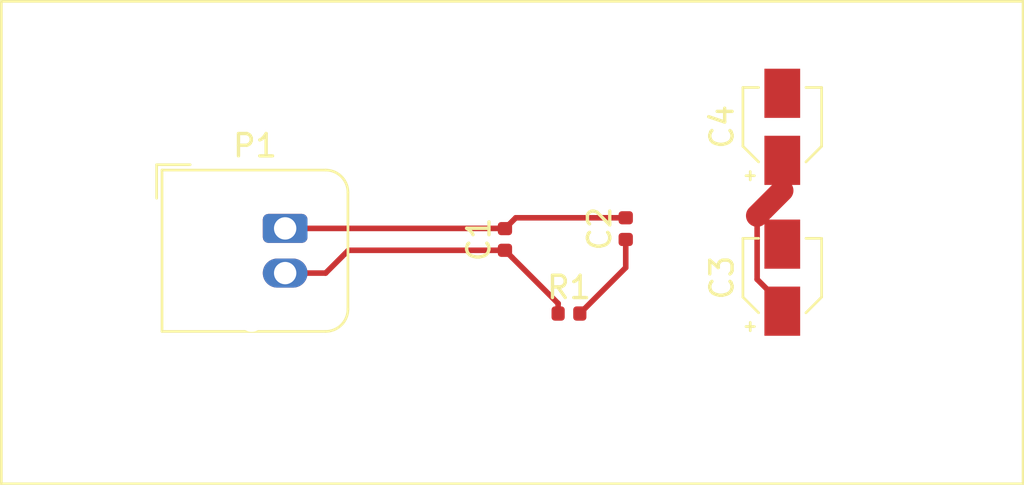
<source format=kicad_pcb>
(kicad_pcb (version 20171130) (host pcbnew 5.1.0)

  (general
    (thickness 1.6)
    (drawings 4)
    (tracks 17)
    (zones 0)
    (modules 6)
    (nets 6)
  )

  (page A4)
  (layers
    (0 F.Cu signal)
    (31 B.Cu signal)
    (32 B.Adhes user)
    (33 F.Adhes user)
    (34 B.Paste user)
    (35 F.Paste user)
    (36 B.SilkS user)
    (37 F.SilkS user)
    (38 B.Mask user)
    (39 F.Mask user)
    (40 Dwgs.User user)
    (41 Cmts.User user)
    (42 Eco1.User user)
    (43 Eco2.User user)
    (44 Edge.Cuts user)
    (45 Margin user)
    (46 B.CrtYd user)
    (47 F.CrtYd user)
    (48 B.Fab user)
    (49 F.Fab user)
  )

  (setup
    (last_trace_width 0.25)
    (trace_clearance 0.2)
    (zone_clearance 0.508)
    (zone_45_only no)
    (trace_min 0.2)
    (via_size 0.8)
    (via_drill 0.4)
    (via_min_size 0.4)
    (via_min_drill 0.3)
    (uvia_size 0.3)
    (uvia_drill 0.1)
    (uvias_allowed no)
    (uvia_min_size 0.2)
    (uvia_min_drill 0.1)
    (edge_width 0.05)
    (segment_width 0.2)
    (pcb_text_width 0.3)
    (pcb_text_size 1.5 1.5)
    (mod_edge_width 0.12)
    (mod_text_size 1 1)
    (mod_text_width 0.15)
    (pad_size 1.524 1.524)
    (pad_drill 0.762)
    (pad_to_mask_clearance 0.051)
    (solder_mask_min_width 0.25)
    (aux_axis_origin 0 0)
    (visible_elements FFFFFF7F)
    (pcbplotparams
      (layerselection 0x010fc_ffffffff)
      (usegerberextensions false)
      (usegerberattributes false)
      (usegerberadvancedattributes false)
      (creategerberjobfile false)
      (excludeedgelayer true)
      (linewidth 0.100000)
      (plotframeref false)
      (viasonmask false)
      (mode 1)
      (useauxorigin false)
      (hpglpennumber 1)
      (hpglpenspeed 20)
      (hpglpendiameter 15.000000)
      (psnegative false)
      (psa4output false)
      (plotreference true)
      (plotvalue true)
      (plotinvisibletext false)
      (padsonsilk false)
      (subtractmaskfromsilk false)
      (outputformat 1)
      (mirror false)
      (drillshape 1)
      (scaleselection 1)
      (outputdirectory ""))
  )

  (net 0 "")
  (net 1 /Power/VCC)
  (net 2 GND)
  (net 3 "Net-(C2-Pad1)")
  (net 4 "Net-(C3-Pad1)")
  (net 5 "Net-(C3-Pad2)")

  (net_class Default "This is the default net class."
    (clearance 0.2)
    (trace_width 0.25)
    (via_dia 0.8)
    (via_drill 0.4)
    (uvia_dia 0.3)
    (uvia_drill 0.1)
    (add_net /Power/VCC)
    (add_net GND)
    (add_net "Net-(C2-Pad1)")
    (add_net "Net-(C3-Pad1)")
    (add_net "Net-(C3-Pad2)")
  )

  (module Capacitor_SMD:C_0402_1005Metric (layer F.Cu) (tedit 5B301BBE) (tstamp 5CA72801)
    (at 164.775001 80.505001 90)
    (descr "Capacitor SMD 0402 (1005 Metric), square (rectangular) end terminal, IPC_7351 nominal, (Body size source: http://www.tortai-tech.com/upload/download/2011102023233369053.pdf), generated with kicad-footprint-generator")
    (tags capacitor)
    (path /5CA71704/5CA745A6)
    (attr smd)
    (fp_text reference C1 (at 0 -1.17 90) (layer F.SilkS)
      (effects (font (size 1 1) (thickness 0.15)))
    )
    (fp_text value C (at 0 1.17 90) (layer F.Fab)
      (effects (font (size 1 1) (thickness 0.15)))
    )
    (fp_line (start -0.5 0.25) (end -0.5 -0.25) (layer F.Fab) (width 0.1))
    (fp_line (start -0.5 -0.25) (end 0.5 -0.25) (layer F.Fab) (width 0.1))
    (fp_line (start 0.5 -0.25) (end 0.5 0.25) (layer F.Fab) (width 0.1))
    (fp_line (start 0.5 0.25) (end -0.5 0.25) (layer F.Fab) (width 0.1))
    (fp_line (start -0.93 0.47) (end -0.93 -0.47) (layer F.CrtYd) (width 0.05))
    (fp_line (start -0.93 -0.47) (end 0.93 -0.47) (layer F.CrtYd) (width 0.05))
    (fp_line (start 0.93 -0.47) (end 0.93 0.47) (layer F.CrtYd) (width 0.05))
    (fp_line (start 0.93 0.47) (end -0.93 0.47) (layer F.CrtYd) (width 0.05))
    (fp_text user %R (at 0 0 90) (layer F.Fab)
      (effects (font (size 0.25 0.25) (thickness 0.04)))
    )
    (pad 1 smd roundrect (at -0.485 0 90) (size 0.59 0.64) (layers F.Cu F.Paste F.Mask) (roundrect_rratio 0.25)
      (net 1 /Power/VCC))
    (pad 2 smd roundrect (at 0.485 0 90) (size 0.59 0.64) (layers F.Cu F.Paste F.Mask) (roundrect_rratio 0.25)
      (net 2 GND))
    (model ${KISYS3DMOD}/Capacitor_SMD.3dshapes/C_0402_1005Metric.wrl
      (at (xyz 0 0 0))
      (scale (xyz 1 1 1))
      (rotate (xyz 0 0 0))
    )
  )

  (module Capacitor_SMD:C_0402_1005Metric (layer F.Cu) (tedit 5B301BBE) (tstamp 5CA72810)
    (at 170.18 80.020001 90)
    (descr "Capacitor SMD 0402 (1005 Metric), square (rectangular) end terminal, IPC_7351 nominal, (Body size source: http://www.tortai-tech.com/upload/download/2011102023233369053.pdf), generated with kicad-footprint-generator")
    (tags capacitor)
    (path /5CA75BC1/5CA76352)
    (attr smd)
    (fp_text reference C2 (at 0 -1.17 90) (layer F.SilkS)
      (effects (font (size 1 1) (thickness 0.15)))
    )
    (fp_text value C (at 0 1.17 90) (layer F.Fab)
      (effects (font (size 1 1) (thickness 0.15)))
    )
    (fp_text user %R (at 0 0 90) (layer F.Fab)
      (effects (font (size 0.25 0.25) (thickness 0.04)))
    )
    (fp_line (start 0.93 0.47) (end -0.93 0.47) (layer F.CrtYd) (width 0.05))
    (fp_line (start 0.93 -0.47) (end 0.93 0.47) (layer F.CrtYd) (width 0.05))
    (fp_line (start -0.93 -0.47) (end 0.93 -0.47) (layer F.CrtYd) (width 0.05))
    (fp_line (start -0.93 0.47) (end -0.93 -0.47) (layer F.CrtYd) (width 0.05))
    (fp_line (start 0.5 0.25) (end -0.5 0.25) (layer F.Fab) (width 0.1))
    (fp_line (start 0.5 -0.25) (end 0.5 0.25) (layer F.Fab) (width 0.1))
    (fp_line (start -0.5 -0.25) (end 0.5 -0.25) (layer F.Fab) (width 0.1))
    (fp_line (start -0.5 0.25) (end -0.5 -0.25) (layer F.Fab) (width 0.1))
    (pad 2 smd roundrect (at 0.485 0 90) (size 0.59 0.64) (layers F.Cu F.Paste F.Mask) (roundrect_rratio 0.25)
      (net 2 GND))
    (pad 1 smd roundrect (at -0.485 0 90) (size 0.59 0.64) (layers F.Cu F.Paste F.Mask) (roundrect_rratio 0.25)
      (net 3 "Net-(C2-Pad1)"))
    (model ${KISYS3DMOD}/Capacitor_SMD.3dshapes/C_0402_1005Metric.wrl
      (at (xyz 0 0 0))
      (scale (xyz 1 1 1))
      (rotate (xyz 0 0 0))
    )
  )

  (module Connector_JST:JST_JWPF_B02B-JWPF-SK-R_1x02_P2.00mm_Vertical (layer F.Cu) (tedit 5B772B89) (tstamp 5CA7282D)
    (at 154.94 80.01)
    (descr "JST JWPF series connector, B02B-JWPF-SK-R (http://www.jst-mfg.com/product/pdf/eng/eJWPF1.pdf), generated with kicad-footprint-generator")
    (tags "connector JST JWPF side entry")
    (path /5CA71704/5CA714F2)
    (fp_text reference P1 (at -1.35 -3.7) (layer F.SilkS)
      (effects (font (size 1 1) (thickness 0.15)))
    )
    (fp_text value CONN_01X02 (at -1.35 5.7) (layer F.Fab)
      (effects (font (size 1 1) (thickness 0.15)))
    )
    (fp_arc (start 1.7 -1.5) (end 1.7 -2.5) (angle 90) (layer F.Fab) (width 0.1))
    (fp_arc (start 1.7 3.5) (end 2.7 3.5) (angle 90) (layer F.Fab) (width 0.1))
    (fp_arc (start 1.81 -1.61) (end 1.81 -2.61) (angle 90) (layer F.SilkS) (width 0.12))
    (fp_arc (start 1.81 3.61) (end 2.81 3.61) (angle 90) (layer F.SilkS) (width 0.12))
    (fp_line (start -5.9 -3) (end -5.9 5) (layer F.CrtYd) (width 0.05))
    (fp_line (start -5.9 5) (end 3.2 5) (layer F.CrtYd) (width 0.05))
    (fp_line (start 3.2 5) (end 3.2 -3) (layer F.CrtYd) (width 0.05))
    (fp_line (start 3.2 -3) (end -5.9 -3) (layer F.CrtYd) (width 0.05))
    (fp_line (start 1.7 -2.5) (end -5.4 -2.5) (layer F.Fab) (width 0.1))
    (fp_line (start -5.4 -2.5) (end -5.4 4.5) (layer F.Fab) (width 0.1))
    (fp_line (start -5.4 4.5) (end 1.7 4.5) (layer F.Fab) (width 0.1))
    (fp_line (start 2.7 -1.5) (end 2.7 3.5) (layer F.Fab) (width 0.1))
    (fp_line (start 1.81 -2.61) (end -5.51 -2.61) (layer F.SilkS) (width 0.12))
    (fp_line (start -5.51 -2.61) (end -5.51 4.61) (layer F.SilkS) (width 0.12))
    (fp_line (start -5.51 4.61) (end 1.81 4.61) (layer F.SilkS) (width 0.12))
    (fp_line (start 2.81 -1.61) (end 2.81 3.61) (layer F.SilkS) (width 0.12))
    (fp_line (start -5.75 -1.35) (end -5.75 -2.85) (layer F.SilkS) (width 0.12))
    (fp_line (start -5.75 -2.85) (end -4.25 -2.85) (layer F.SilkS) (width 0.12))
    (fp_line (start -0.375 -1.9) (end 0.375 -1.9) (layer F.Fab) (width 0.1))
    (fp_line (start 0.375 -1.9) (end 0 -1.15) (layer F.Fab) (width 0.1))
    (fp_line (start 0 -1.15) (end -0.375 -1.9) (layer F.Fab) (width 0.1))
    (fp_text user %R (at -4.7 1 90) (layer F.Fab)
      (effects (font (size 1 1) (thickness 0.15)))
    )
    (pad 1 thru_hole roundrect (at 0 0) (size 2 1.3) (drill 1) (layers *.Cu *.Mask) (roundrect_rratio 0.192308)
      (net 2 GND))
    (pad 2 thru_hole oval (at 0 2) (size 2 1.3) (drill 1) (layers *.Cu *.Mask)
      (net 1 /Power/VCC))
    (pad "" np_thru_hole circle (at -1.5 4.05) (size 1.15 1.15) (drill 1.15) (layers *.Cu *.Mask))
    (model ${KISYS3DMOD}/Connector_JST.3dshapes/JST_JWPF_B02B-JWPF-SK-R_1x02_P2.00mm_Vertical.wrl
      (at (xyz 0 0 0))
      (scale (xyz 1 1 1))
      (rotate (xyz 0 0 0))
    )
  )

  (module Resistor_SMD:R_0402_1005Metric (layer F.Cu) (tedit 5B301BBD) (tstamp 5CA7283C)
    (at 167.64 83.82)
    (descr "Resistor SMD 0402 (1005 Metric), square (rectangular) end terminal, IPC_7351 nominal, (Body size source: http://www.tortai-tech.com/upload/download/2011102023233369053.pdf), generated with kicad-footprint-generator")
    (tags resistor)
    (path /5CA75BC1/5CA75C86)
    (attr smd)
    (fp_text reference R1 (at 0 -1.17) (layer F.SilkS)
      (effects (font (size 1 1) (thickness 0.15)))
    )
    (fp_text value R (at 0 1.17) (layer F.Fab)
      (effects (font (size 1 1) (thickness 0.15)))
    )
    (fp_line (start -0.5 0.25) (end -0.5 -0.25) (layer F.Fab) (width 0.1))
    (fp_line (start -0.5 -0.25) (end 0.5 -0.25) (layer F.Fab) (width 0.1))
    (fp_line (start 0.5 -0.25) (end 0.5 0.25) (layer F.Fab) (width 0.1))
    (fp_line (start 0.5 0.25) (end -0.5 0.25) (layer F.Fab) (width 0.1))
    (fp_line (start -0.93 0.47) (end -0.93 -0.47) (layer F.CrtYd) (width 0.05))
    (fp_line (start -0.93 -0.47) (end 0.93 -0.47) (layer F.CrtYd) (width 0.05))
    (fp_line (start 0.93 -0.47) (end 0.93 0.47) (layer F.CrtYd) (width 0.05))
    (fp_line (start 0.93 0.47) (end -0.93 0.47) (layer F.CrtYd) (width 0.05))
    (fp_text user %R (at 0 0) (layer F.Fab)
      (effects (font (size 0.25 0.25) (thickness 0.04)))
    )
    (pad 1 smd roundrect (at -0.485 0) (size 0.59 0.64) (layers F.Cu F.Paste F.Mask) (roundrect_rratio 0.25)
      (net 1 /Power/VCC))
    (pad 2 smd roundrect (at 0.485 0) (size 0.59 0.64) (layers F.Cu F.Paste F.Mask) (roundrect_rratio 0.25)
      (net 3 "Net-(C2-Pad1)"))
    (model ${KISYS3DMOD}/Resistor_SMD.3dshapes/R_0402_1005Metric.wrl
      (at (xyz 0 0 0))
      (scale (xyz 1 1 1))
      (rotate (xyz 0 0 0))
    )
  )

  (module Capacitor_SMD:CP_Elec_3x5.3 (layer F.Cu) (tedit 5B303299) (tstamp 5CA71E81)
    (at 177.185001 82.214999 90)
    (descr "SMT capacitor, aluminium electrolytic, 3x5.3, Cornell Dubilier Electronics ")
    (tags "Capacitor Electrolytic")
    (path /5CA75BC1/5CA7214E)
    (attr smd)
    (fp_text reference C3 (at 0 -2.7 90) (layer F.SilkS)
      (effects (font (size 1 1) (thickness 0.15)))
    )
    (fp_text value CP (at 0 2.7 90) (layer F.Fab)
      (effects (font (size 1 1) (thickness 0.15)))
    )
    (fp_circle (center 0 0) (end 1.5 0) (layer F.Fab) (width 0.1))
    (fp_line (start 1.65 -1.65) (end 1.65 1.65) (layer F.Fab) (width 0.1))
    (fp_line (start -0.825 -1.65) (end 1.65 -1.65) (layer F.Fab) (width 0.1))
    (fp_line (start -0.825 1.65) (end 1.65 1.65) (layer F.Fab) (width 0.1))
    (fp_line (start -1.65 -0.825) (end -1.65 0.825) (layer F.Fab) (width 0.1))
    (fp_line (start -1.65 -0.825) (end -0.825 -1.65) (layer F.Fab) (width 0.1))
    (fp_line (start -1.65 0.825) (end -0.825 1.65) (layer F.Fab) (width 0.1))
    (fp_line (start -1.110469 -0.8) (end -0.810469 -0.8) (layer F.Fab) (width 0.1))
    (fp_line (start -0.960469 -0.95) (end -0.960469 -0.65) (layer F.Fab) (width 0.1))
    (fp_line (start 1.76 1.76) (end 1.76 1.06) (layer F.SilkS) (width 0.12))
    (fp_line (start 1.76 -1.76) (end 1.76 -1.06) (layer F.SilkS) (width 0.12))
    (fp_line (start -0.870563 -1.76) (end 1.76 -1.76) (layer F.SilkS) (width 0.12))
    (fp_line (start -0.870563 1.76) (end 1.76 1.76) (layer F.SilkS) (width 0.12))
    (fp_line (start -1.570563 -1.06) (end -0.870563 -1.76) (layer F.SilkS) (width 0.12))
    (fp_line (start -1.570563 1.06) (end -0.870563 1.76) (layer F.SilkS) (width 0.12))
    (fp_line (start -2.375 -1.435) (end -2 -1.435) (layer F.SilkS) (width 0.12))
    (fp_line (start -2.1875 -1.6225) (end -2.1875 -1.2475) (layer F.SilkS) (width 0.12))
    (fp_line (start 1.9 -1.9) (end 1.9 -1.05) (layer F.CrtYd) (width 0.05))
    (fp_line (start 1.9 -1.05) (end 2.85 -1.05) (layer F.CrtYd) (width 0.05))
    (fp_line (start 2.85 -1.05) (end 2.85 1.05) (layer F.CrtYd) (width 0.05))
    (fp_line (start 2.85 1.05) (end 1.9 1.05) (layer F.CrtYd) (width 0.05))
    (fp_line (start 1.9 1.05) (end 1.9 1.9) (layer F.CrtYd) (width 0.05))
    (fp_line (start -0.93 1.9) (end 1.9 1.9) (layer F.CrtYd) (width 0.05))
    (fp_line (start -0.93 -1.9) (end 1.9 -1.9) (layer F.CrtYd) (width 0.05))
    (fp_line (start -1.78 1.05) (end -0.93 1.9) (layer F.CrtYd) (width 0.05))
    (fp_line (start -1.78 -1.05) (end -0.93 -1.9) (layer F.CrtYd) (width 0.05))
    (fp_line (start -1.78 -1.05) (end -2.85 -1.05) (layer F.CrtYd) (width 0.05))
    (fp_line (start -2.85 -1.05) (end -2.85 1.05) (layer F.CrtYd) (width 0.05))
    (fp_line (start -2.85 1.05) (end -1.78 1.05) (layer F.CrtYd) (width 0.05))
    (fp_text user %R (at 0 0 90) (layer F.Fab)
      (effects (font (size 0.6 0.6) (thickness 0.09)))
    )
    (pad 1 smd rect (at -1.5 0 90) (size 2.2 1.6) (layers F.Cu F.Paste F.Mask)
      (net 4 "Net-(C3-Pad1)"))
    (pad 2 smd rect (at 1.5 0 90) (size 2.2 1.6) (layers F.Cu F.Paste F.Mask)
      (net 5 "Net-(C3-Pad2)"))
    (model ${KISYS3DMOD}/Capacitor_SMD.3dshapes/CP_Elec_3x5.3.wrl
      (at (xyz 0 0 0))
      (scale (xyz 1 1 1))
      (rotate (xyz 0 0 0))
    )
  )

  (module Capacitor_SMD:CP_Elec_3x5.3 (layer F.Cu) (tedit 5B303299) (tstamp 5CA71EA5)
    (at 177.185001 75.464999 90)
    (descr "SMT capacitor, aluminium electrolytic, 3x5.3, Cornell Dubilier Electronics ")
    (tags "Capacitor Electrolytic")
    (path /5CA75BC1/5CA735B9)
    (attr smd)
    (fp_text reference C4 (at 0 -2.7 90) (layer F.SilkS)
      (effects (font (size 1 1) (thickness 0.15)))
    )
    (fp_text value CP (at 0 2.7 90) (layer F.Fab)
      (effects (font (size 1 1) (thickness 0.15)))
    )
    (fp_text user %R (at 0 0 90) (layer F.Fab)
      (effects (font (size 0.6 0.6) (thickness 0.09)))
    )
    (fp_line (start -2.85 1.05) (end -1.78 1.05) (layer F.CrtYd) (width 0.05))
    (fp_line (start -2.85 -1.05) (end -2.85 1.05) (layer F.CrtYd) (width 0.05))
    (fp_line (start -1.78 -1.05) (end -2.85 -1.05) (layer F.CrtYd) (width 0.05))
    (fp_line (start -1.78 -1.05) (end -0.93 -1.9) (layer F.CrtYd) (width 0.05))
    (fp_line (start -1.78 1.05) (end -0.93 1.9) (layer F.CrtYd) (width 0.05))
    (fp_line (start -0.93 -1.9) (end 1.9 -1.9) (layer F.CrtYd) (width 0.05))
    (fp_line (start -0.93 1.9) (end 1.9 1.9) (layer F.CrtYd) (width 0.05))
    (fp_line (start 1.9 1.05) (end 1.9 1.9) (layer F.CrtYd) (width 0.05))
    (fp_line (start 2.85 1.05) (end 1.9 1.05) (layer F.CrtYd) (width 0.05))
    (fp_line (start 2.85 -1.05) (end 2.85 1.05) (layer F.CrtYd) (width 0.05))
    (fp_line (start 1.9 -1.05) (end 2.85 -1.05) (layer F.CrtYd) (width 0.05))
    (fp_line (start 1.9 -1.9) (end 1.9 -1.05) (layer F.CrtYd) (width 0.05))
    (fp_line (start -2.1875 -1.6225) (end -2.1875 -1.2475) (layer F.SilkS) (width 0.12))
    (fp_line (start -2.375 -1.435) (end -2 -1.435) (layer F.SilkS) (width 0.12))
    (fp_line (start -1.570563 1.06) (end -0.870563 1.76) (layer F.SilkS) (width 0.12))
    (fp_line (start -1.570563 -1.06) (end -0.870563 -1.76) (layer F.SilkS) (width 0.12))
    (fp_line (start -0.870563 1.76) (end 1.76 1.76) (layer F.SilkS) (width 0.12))
    (fp_line (start -0.870563 -1.76) (end 1.76 -1.76) (layer F.SilkS) (width 0.12))
    (fp_line (start 1.76 -1.76) (end 1.76 -1.06) (layer F.SilkS) (width 0.12))
    (fp_line (start 1.76 1.76) (end 1.76 1.06) (layer F.SilkS) (width 0.12))
    (fp_line (start -0.960469 -0.95) (end -0.960469 -0.65) (layer F.Fab) (width 0.1))
    (fp_line (start -1.110469 -0.8) (end -0.810469 -0.8) (layer F.Fab) (width 0.1))
    (fp_line (start -1.65 0.825) (end -0.825 1.65) (layer F.Fab) (width 0.1))
    (fp_line (start -1.65 -0.825) (end -0.825 -1.65) (layer F.Fab) (width 0.1))
    (fp_line (start -1.65 -0.825) (end -1.65 0.825) (layer F.Fab) (width 0.1))
    (fp_line (start -0.825 1.65) (end 1.65 1.65) (layer F.Fab) (width 0.1))
    (fp_line (start -0.825 -1.65) (end 1.65 -1.65) (layer F.Fab) (width 0.1))
    (fp_line (start 1.65 -1.65) (end 1.65 1.65) (layer F.Fab) (width 0.1))
    (fp_circle (center 0 0) (end 1.5 0) (layer F.Fab) (width 0.1))
    (pad 2 smd rect (at 1.5 0 90) (size 2.2 1.6) (layers F.Cu F.Paste F.Mask)
      (net 5 "Net-(C3-Pad2)"))
    (pad 1 smd rect (at -1.5 0 90) (size 2.2 1.6) (layers F.Cu F.Paste F.Mask)
      (net 4 "Net-(C3-Pad1)"))
    (model ${KISYS3DMOD}/Capacitor_SMD.3dshapes/CP_Elec_3x5.3.wrl
      (at (xyz 0 0 0))
      (scale (xyz 1 1 1))
      (rotate (xyz 0 0 0))
    )
  )

  (gr_line (start 187.96 69.85) (end 142.24 69.85) (layer F.SilkS) (width 0.12))
  (gr_line (start 187.96 91.44) (end 187.96 69.85) (layer F.SilkS) (width 0.12))
  (gr_line (start 142.24 91.44) (end 187.96 91.44) (layer F.SilkS) (width 0.12))
  (gr_line (start 142.24 69.85) (end 142.24 91.44) (layer F.SilkS) (width 0.12))

  (segment (start 167.155 83.37) (end 165.1 81.315) (width 0.25) (layer F.Cu) (net 1))
  (segment (start 167.155 83.82) (end 167.155 83.37) (width 0.25) (layer F.Cu) (net 1))
  (segment (start 165.1 81.315) (end 164.775001 80.990001) (width 0.25) (layer F.Cu) (net 1))
  (segment (start 156.75 82.01) (end 154.94 82.01) (width 0.25) (layer F.Cu) (net 1))
  (segment (start 157.769999 80.990001) (end 156.75 82.01) (width 0.25) (layer F.Cu) (net 1))
  (segment (start 164.775001 80.990001) (end 157.769999 80.990001) (width 0.25) (layer F.Cu) (net 1))
  (segment (start 164.765 80.01) (end 164.775001 80.020001) (width 0.25) (layer F.Cu) (net 2))
  (segment (start 154.94 80.01) (end 164.765 80.01) (width 0.25) (layer F.Cu) (net 2))
  (segment (start 165.260001 79.535001) (end 170.18 79.535001) (width 0.25) (layer F.Cu) (net 2))
  (segment (start 164.775001 80.020001) (end 165.260001 79.535001) (width 0.25) (layer F.Cu) (net 2))
  (segment (start 170.18 81.765) (end 168.125 83.82) (width 0.25) (layer F.Cu) (net 3))
  (segment (start 170.18 80.505001) (end 170.18 81.765) (width 0.25) (layer F.Cu) (net 3))
  (segment (start 177.185001 83.414999) (end 177.185001 83.714999) (width 0.25) (layer F.Cu) (net 4))
  (segment (start 176.06 82.289998) (end 177.185001 83.414999) (width 0.25) (layer F.Cu) (net 4))
  (segment (start 177.185001 78.314999) (end 176.06 79.44) (width 1) (layer F.Cu) (net 4))
  (segment (start 176.06 79.44) (end 176.06 82.289998) (width 0.25) (layer F.Cu) (net 4))
  (segment (start 177.185001 76.964999) (end 177.185001 78.314999) (width 0.25) (layer F.Cu) (net 4))

)

</source>
